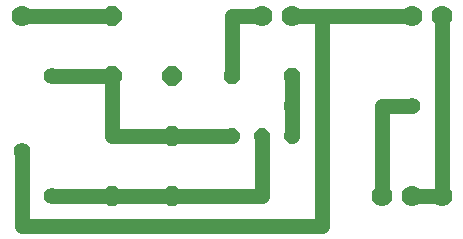
<source format=gbl>
G75*
%MOIN*%
%OFA0B0*%
%FSLAX25Y25*%
%IPPOS*%
%LPD*%
%AMOC8*
5,1,8,0,0,1.08239X$1,22.5*
%
%ADD10C,0.07000*%
%ADD11OC8,0.06496*%
%ADD12C,0.05543*%
%ADD13OC8,0.05150*%
%ADD14OC8,0.05200*%
%ADD15C,0.05000*%
D10*
X0131000Y0041000D03*
X0141000Y0041000D03*
X0151000Y0041000D03*
X0151000Y0101000D03*
X0141000Y0101000D03*
X0101000Y0101000D03*
X0091000Y0101000D03*
X0011000Y0101000D03*
D11*
X0041000Y0101000D03*
X0041000Y0081000D03*
X0061000Y0081000D03*
X0061000Y0061000D03*
X0061000Y0041000D03*
X0041000Y0041000D03*
D12*
X0021000Y0041000D03*
X0011000Y0056000D03*
X0021000Y0081000D03*
X0101000Y0071000D03*
X0141000Y0071000D03*
D13*
X0101000Y0061000D03*
X0091000Y0061000D03*
X0081000Y0061000D03*
D14*
X0081000Y0081000D03*
X0101000Y0081000D03*
D15*
X0111000Y0031000D02*
X0011000Y0031000D01*
X0011000Y0056000D01*
X0021000Y0041000D02*
X0061000Y0041000D01*
X0091000Y0041000D01*
X0091000Y0061000D01*
X0081000Y0061000D02*
X0061000Y0061000D01*
X0041000Y0061000D01*
X0041000Y0081000D01*
X0021000Y0081000D01*
X0026000Y0101000D02*
X0011000Y0101000D01*
X0041000Y0101000D01*
X0081000Y0101000D02*
X0081000Y0081000D01*
X0101000Y0081000D02*
X0101000Y0071000D01*
X0101000Y0061000D01*
X0131000Y0071000D02*
X0131000Y0041000D01*
X0141000Y0041000D02*
X0151000Y0041000D01*
X0151000Y0101000D01*
X0141000Y0101000D02*
X0111000Y0101000D01*
X0101000Y0101000D01*
X0091000Y0101000D02*
X0081000Y0101000D01*
X0111000Y0101000D02*
X0111000Y0031000D01*
X0131000Y0071000D02*
X0141000Y0071000D01*
M02*

</source>
